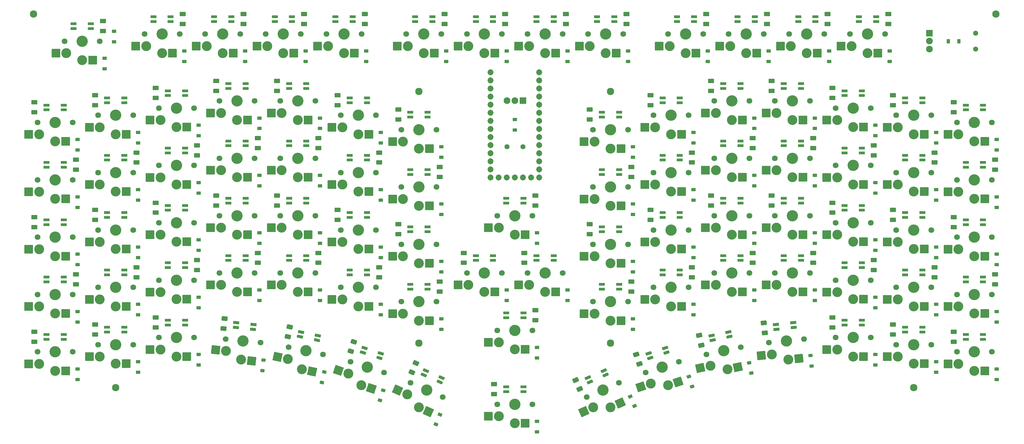
<source format=gbr>
%TF.GenerationSoftware,KiCad,Pcbnew,8.0.5*%
%TF.CreationDate,2024-10-10T16:29:35+02:00*%
%TF.ProjectId,eepyboard_rev2,65657079-626f-4617-9264-5f726576322e,1.1*%
%TF.SameCoordinates,Original*%
%TF.FileFunction,Soldermask,Bot*%
%TF.FilePolarity,Negative*%
%FSLAX46Y46*%
G04 Gerber Fmt 4.6, Leading zero omitted, Abs format (unit mm)*
G04 Created by KiCad (PCBNEW 8.0.5) date 2024-10-10 16:29:35*
%MOMM*%
%LPD*%
G01*
G04 APERTURE LIST*
G04 Aperture macros list*
%AMRoundRect*
0 Rectangle with rounded corners*
0 $1 Rounding radius*
0 $2 $3 $4 $5 $6 $7 $8 $9 X,Y pos of 4 corners*
0 Add a 4 corners polygon primitive as box body*
4,1,4,$2,$3,$4,$5,$6,$7,$8,$9,$2,$3,0*
0 Add four circle primitives for the rounded corners*
1,1,$1+$1,$2,$3*
1,1,$1+$1,$4,$5*
1,1,$1+$1,$6,$7*
1,1,$1+$1,$8,$9*
0 Add four rect primitives between the rounded corners*
20,1,$1+$1,$2,$3,$4,$5,0*
20,1,$1+$1,$4,$5,$6,$7,0*
20,1,$1+$1,$6,$7,$8,$9,0*
20,1,$1+$1,$8,$9,$2,$3,0*%
G04 Aperture macros list end*
%ADD10RoundRect,0.050000X-0.900000X-0.410000X0.900000X-0.410000X0.900000X0.410000X-0.900000X0.410000X0*%
%ADD11RoundRect,0.230000X-0.720000X-0.230000X0.720000X-0.230000X0.720000X0.230000X-0.720000X0.230000X0*%
%ADD12RoundRect,0.050000X0.900000X0.410000X-0.900000X0.410000X-0.900000X-0.410000X0.900000X-0.410000X0*%
%ADD13RoundRect,0.230000X0.720000X0.230000X-0.720000X0.230000X-0.720000X-0.230000X0.720000X-0.230000X0*%
%ADD14C,1.801800*%
%ADD15C,3.100000*%
%ADD16C,3.529000*%
%ADD17RoundRect,0.050000X1.541877X1.001307X-1.001307X1.541877X-1.541877X-1.001307X1.001307X-1.541877X0*%
%ADD18C,1.600000*%
%ADD19RoundRect,0.050000X-1.000000X-1.000000X1.000000X-1.000000X1.000000X1.000000X-1.000000X1.000000X0*%
%ADD20C,2.100000*%
%ADD21RoundRect,0.050000X1.300000X1.300000X-1.300000X1.300000X-1.300000X-1.300000X1.300000X-1.300000X0*%
%ADD22RoundRect,0.050000X1.001307X1.541877X-1.541877X1.001307X-1.001307X-1.541877X1.541877X-1.001307X0*%
%ADD23C,2.300000*%
%ADD24RoundRect,0.050000X0.834651X1.638096X-1.638096X0.834651X-0.834651X-1.638096X1.638096X-0.834651X0*%
%ADD25RoundRect,0.050000X1.638096X0.834651X-0.834651X1.638096X-1.638096X-0.834651X0.834651X-1.638096X0*%
%ADD26RoundRect,0.050000X1.428765X1.156991X-1.156991X1.428765X-1.428765X-1.156991X1.156991X-1.428765X0*%
%ADD27RoundRect,0.050000X-0.965577X-0.213920X0.795089X-0.588161X0.965577X0.213920X-0.795089X0.588161X0*%
%ADD28RoundRect,0.230000X-0.752086X-0.075278X0.656447X-0.374670X0.752086X0.075278X-0.656447X0.374670X0*%
%ADD29RoundRect,0.050000X-0.937926X-0.313678X0.852213X-0.501830X0.937926X0.313678X-0.852213X0.501830X0*%
%ADD30RoundRect,0.230000X-0.740097X-0.153480X0.692014X-0.304001X0.740097X0.153480X-0.692014X0.304001X0*%
%ADD31RoundRect,0.050000X0.658851X1.716367X-1.716367X0.658851X-0.658851X-1.716367X1.716367X-0.658851X0*%
%ADD32RoundRect,0.050000X-0.655429X-0.740617X0.988953X-0.008491X0.655429X0.740617X-0.988953X0.008491X0*%
%ADD33RoundRect,0.230000X-0.564203X-0.502966X0.751302X0.082735X0.564203X0.502966X-0.751302X-0.082735X0*%
%ADD34C,1.852600*%
%ADD35RoundRect,0.050000X-1.000000X1.000000X-1.000000X-1.000000X1.000000X-1.000000X1.000000X1.000000X0*%
%ADD36RoundRect,0.050000X1.156991X1.428765X-1.428765X1.156991X-1.156991X-1.428765X1.428765X-1.156991X0*%
%ADD37RoundRect,0.050000X-0.729254X-0.668048X0.982648X-0.111818X0.729254X0.668048X-0.982648X0.111818X0*%
%ADD38RoundRect,0.230000X-0.613687X-0.441235X0.755835X0.003749X0.613687X0.441235X-0.755835X-0.003749X0*%
%ADD39RoundRect,0.050000X-0.795089X-0.588161X0.965577X-0.213920X0.795089X0.588161X-0.965577X0.213920X0*%
%ADD40RoundRect,0.230000X-0.656447X-0.374670X0.752086X-0.075278X0.656447X0.374670X-0.752086X0.075278X0*%
%ADD41RoundRect,0.050000X1.716367X0.658851X-0.658851X1.716367X-1.716367X-0.658851X0.658851X-1.716367X0*%
%ADD42RoundRect,0.050000X-0.988953X-0.008491X0.655429X-0.740617X0.988953X0.008491X-0.655429X0.740617X0*%
%ADD43RoundRect,0.230000X-0.751302X0.082735X0.564203X-0.502966X0.751302X-0.082735X-0.564203X0.502966X0*%
%ADD44RoundRect,0.050000X-0.982648X-0.111818X0.729254X-0.668048X0.982648X0.111818X-0.729254X0.668048X0*%
%ADD45RoundRect,0.230000X-0.755835X0.003749X0.613687X-0.441235X0.755835X-0.003749X-0.613687X0.441235X0*%
%ADD46RoundRect,0.050000X-0.852213X-0.501830X0.937926X-0.313678X0.852213X0.501830X-0.937926X0.313678X0*%
%ADD47RoundRect,0.230000X-0.692014X-0.304001X0.740097X-0.153480X0.692014X0.304001X-0.740097X0.153480X0*%
%ADD48RoundRect,0.050000X0.600000X-0.450000X0.600000X0.450000X-0.600000X0.450000X-0.600000X-0.450000X0*%
%ADD49RoundRect,0.268868X-0.681132X0.443632X-0.681132X-0.443632X0.681132X-0.443632X0.681132X0.443632X0*%
%ADD50RoundRect,0.268868X0.681132X-0.443632X0.681132X0.443632X-0.681132X0.443632X-0.681132X-0.443632X0*%
%ADD51RoundRect,0.268868X0.758484X-0.292322X0.574011X0.575553X-0.758484X0.292322X-0.574011X-0.575553X0*%
%ADD52RoundRect,0.050000X0.493328X-0.564913X0.680449X0.315419X-0.493328X0.564913X-0.680449X-0.315419X0*%
%ADD53RoundRect,0.268868X0.441804X-0.682319X0.802686X0.128237X-0.441804X0.682319X-0.802686X-0.128237X0*%
%ADD54RoundRect,0.050000X0.643751X-0.384818X0.549675X0.510252X-0.643751X0.384818X-0.549675X-0.510252X0*%
%ADD55RoundRect,0.050000X0.709692X-0.242565X0.431576X0.613386X-0.709692X0.242565X-0.431576X-0.613386X0*%
%ADD56RoundRect,0.050000X0.431576X-0.613386X0.709692X0.242565X-0.431576X0.613386X-0.709692X-0.242565X0*%
%ADD57RoundRect,0.268868X0.574011X-0.575553X0.758484X0.292322X-0.574011X0.575553X-0.758484X-0.292322X0*%
%ADD58RoundRect,0.050000X0.549675X-0.510252X0.643751X0.384818X-0.549675X0.510252X-0.643751X-0.384818X0*%
%ADD59RoundRect,0.050000X0.365096X-0.655137X0.731159X0.167053X-0.365096X0.655137X-0.731159X-0.167053X0*%
%ADD60RoundRect,0.268868X0.631029X-0.512399X0.723773X0.370004X-0.631029X0.512399X-0.723773X-0.370004X0*%
%ADD61RoundRect,0.050000X0.680449X-0.315419X0.493328X0.564913X-0.680449X0.315419X-0.493328X-0.564913X0*%
%ADD62RoundRect,0.268868X0.723773X-0.370004X0.631029X0.512399X-0.723773X0.370004X-0.631029X-0.512399X0*%
%ADD63RoundRect,0.050000X-0.450000X-0.600000X0.450000X-0.600000X0.450000X0.600000X-0.450000X0.600000X0*%
%ADD64RoundRect,0.050000X0.731159X-0.167053X0.365096X0.655137X-0.731159X0.167053X-0.365096X-0.655137X0*%
%ADD65RoundRect,0.050000X-0.600000X0.450000X-0.600000X-0.450000X0.600000X-0.450000X0.600000X0.450000X0*%
%ADD66RoundRect,0.268868X0.802686X-0.128237X0.441804X0.682319X-0.802686X0.128237X-0.441804X-0.682319X0*%
%ADD67RoundRect,0.268868X0.784885X-0.211438X0.510705X0.632400X-0.784885X0.211438X-0.510705X-0.632400X0*%
%ADD68RoundRect,0.268868X0.510705X-0.632400X0.784885X0.211438X-0.510705X0.632400X-0.784885X-0.211438X0*%
G04 APERTURE END LIST*
D10*
%TO.C,LED3*%
X72247817Y-97898302D03*
X72247817Y-99398302D03*
D11*
X77647813Y-99398302D03*
D10*
X77647813Y-97898302D03*
%TD*%
D12*
%TO.C,LED67*%
X308647812Y-110648302D03*
X308647812Y-109148302D03*
D13*
X303247816Y-109148302D03*
D12*
X303247816Y-110648302D03*
%TD*%
D14*
%TO.C,S64*%
X158887150Y-176149688D03*
D15*
X152270260Y-180826152D03*
D16*
X153507335Y-175006174D03*
D15*
X147836928Y-177634669D03*
D14*
X148127520Y-173862660D03*
D17*
X155473694Y-181507063D03*
X144633495Y-176953758D03*
%TD*%
D18*
%TO.C,ROT2*%
X363327814Y-75308303D03*
X363327813Y-80308302D03*
D19*
X348827810Y-75308300D03*
D20*
X348827813Y-80308304D03*
X348827813Y-77808302D03*
%TD*%
D14*
%TO.C,S88*%
X334947812Y-75598299D03*
D15*
X329447812Y-81548299D03*
D16*
X329447812Y-75598299D03*
D15*
X324447812Y-79348299D03*
D14*
X323947812Y-75598299D03*
D21*
X332722812Y-81548299D03*
X321172812Y-79348299D03*
%TD*%
D12*
%TO.C,LED73*%
X365647812Y-117398304D03*
X365647812Y-115898304D03*
D13*
X360247816Y-115898304D03*
D12*
X360247816Y-117398304D03*
%TD*%
D14*
%TO.C,S68*%
X289768102Y-173862660D03*
D15*
X285625362Y-180826152D03*
D16*
X284388287Y-175006174D03*
D15*
X280277218Y-179713786D03*
D14*
X279008472Y-176149688D03*
D22*
X288828793Y-180145241D03*
X277073784Y-180394697D03*
%TD*%
D10*
%TO.C,LED21*%
X265247816Y-95648303D03*
X265247816Y-97148303D03*
D11*
X270647812Y-97148303D03*
D10*
X270647812Y-95648303D03*
%TD*%
D14*
%TO.C,S37*%
X273447811Y-137098302D03*
D15*
X267947811Y-143048302D03*
D16*
X267947811Y-137098302D03*
D15*
X262947811Y-140848302D03*
D14*
X262447811Y-137098302D03*
D21*
X271222811Y-143048302D03*
X259672811Y-140848302D03*
%TD*%
D14*
%TO.C,S77*%
X113947812Y-75598302D03*
D15*
X108447812Y-81548302D03*
D16*
X108447812Y-75598302D03*
D15*
X103447812Y-79348302D03*
D14*
X102947812Y-75598302D03*
D21*
X111722812Y-81548302D03*
X100172812Y-79348302D03*
%TD*%
D12*
%TO.C,LED72*%
X365647808Y-153398299D03*
X365647808Y-151898299D03*
D13*
X360247812Y-151898299D03*
D12*
X360247812Y-153398299D03*
%TD*%
D14*
%TO.C,S82*%
X214947811Y-75598305D03*
D15*
X209447811Y-81548305D03*
D16*
X209447811Y-75598305D03*
D15*
X204447811Y-79348305D03*
D14*
X203947811Y-75598305D03*
D21*
X212722811Y-81548305D03*
X201172811Y-79348305D03*
%TD*%
D12*
%TO.C,LED59*%
X191647812Y-119648299D03*
X191647812Y-118148299D03*
D13*
X186247816Y-118148299D03*
D12*
X186247816Y-119648299D03*
%TD*%
%TO.C,LED84*%
X250147812Y-71648300D03*
X250147812Y-70148300D03*
D13*
X244747816Y-70148300D03*
D12*
X244747816Y-71648300D03*
%TD*%
D14*
%TO.C,S24*%
X175447811Y-155098300D03*
D15*
X169947811Y-161048300D03*
D16*
X169947811Y-155098300D03*
D15*
X164947811Y-158848300D03*
D14*
X164447811Y-155098300D03*
D21*
X173222811Y-161048300D03*
X161672811Y-158848300D03*
%TD*%
D14*
%TO.C,S50*%
X330447813Y-134848300D03*
D15*
X324947813Y-140798300D03*
D16*
X324947813Y-134848300D03*
D15*
X319947813Y-138598300D03*
D14*
X319447813Y-134848300D03*
D21*
X328222813Y-140798300D03*
X316672813Y-138598300D03*
%TD*%
D12*
%TO.C,LED54*%
X153647812Y-146648304D03*
X153647812Y-145148304D03*
D13*
X148247816Y-145148304D03*
D12*
X148247816Y-146648304D03*
%TD*%
D14*
%TO.C,S58*%
X368447813Y-175348306D03*
D15*
X362947813Y-181298306D03*
D16*
X362947813Y-175348306D03*
D15*
X357947813Y-179098306D03*
D14*
X357447813Y-175348306D03*
D21*
X366222813Y-181298306D03*
X354672813Y-179098306D03*
%TD*%
D14*
%TO.C,S61*%
X368447811Y-121348302D03*
D15*
X362947811Y-127298302D03*
D16*
X362947811Y-121348302D03*
D15*
X357947811Y-125098302D03*
D14*
X357447811Y-121348302D03*
D21*
X366222811Y-127298302D03*
X354672811Y-125098302D03*
%TD*%
D12*
%TO.C,LED48*%
X96647809Y-151148301D03*
X96647809Y-149648301D03*
D13*
X91247813Y-149648301D03*
D12*
X91247813Y-151148301D03*
%TD*%
D23*
%TO.C,_6*%
X248947810Y-172598300D03*
%TD*%
D14*
%TO.C,S36*%
X273447813Y-155098300D03*
D15*
X267947813Y-161048300D03*
D16*
X267947813Y-155098300D03*
D15*
X262947813Y-158848300D03*
D14*
X262447813Y-155098300D03*
D21*
X271222813Y-161048300D03*
X259672813Y-158848300D03*
%TD*%
D12*
%TO.C,LED76*%
X86147808Y-73898303D03*
X86147808Y-72398303D03*
D13*
X80747812Y-72398303D03*
D12*
X80747812Y-73898303D03*
%TD*%
D14*
%TO.C,S23*%
X156447813Y-96598300D03*
D15*
X150947813Y-102548300D03*
D16*
X150947813Y-96598300D03*
D15*
X145947813Y-100348300D03*
D14*
X145447813Y-96598300D03*
D21*
X154222813Y-102548300D03*
X142672813Y-100348300D03*
%TD*%
D14*
%TO.C,S78*%
X132947812Y-75598303D03*
D15*
X127447812Y-81548303D03*
D16*
X127447812Y-75598303D03*
D15*
X122447812Y-79348303D03*
D14*
X121947812Y-75598303D03*
D21*
X130722812Y-81548303D03*
X119172812Y-79348303D03*
%TD*%
D10*
%TO.C,LED32*%
X360247813Y-169898298D03*
X360247813Y-171398298D03*
D11*
X365647809Y-171398298D03*
D10*
X365647809Y-169898298D03*
%TD*%
D14*
%TO.C,S11*%
X118447814Y-170848303D03*
D15*
X112947814Y-176798303D03*
D16*
X112947814Y-170848303D03*
D15*
X107947814Y-174598303D03*
D14*
X107447814Y-170848303D03*
D21*
X116222814Y-176798303D03*
X104672814Y-174598303D03*
%TD*%
D12*
%TO.C,LED55*%
X153647811Y-110648300D03*
X153647811Y-109148300D03*
D13*
X148247815Y-109148300D03*
D12*
X148247815Y-110648300D03*
%TD*%
D14*
%TO.C,S87*%
X315947814Y-75598302D03*
D15*
X310447814Y-81548302D03*
D16*
X310447814Y-75598302D03*
D15*
X305447814Y-79348302D03*
D14*
X304947814Y-75598302D03*
D21*
X313722814Y-81548302D03*
X302172814Y-79348302D03*
%TD*%
D10*
%TO.C,LED14*%
X167247813Y-131648301D03*
X167247813Y-133148301D03*
D11*
X172647809Y-133148301D03*
D10*
X172647809Y-131648301D03*
%TD*%
%TO.C,LED16*%
X186247813Y-136148303D03*
X186247813Y-137648303D03*
D11*
X191647809Y-137648303D03*
D10*
X191647809Y-136148303D03*
%TD*%
D14*
%TO.C,S76*%
X88947812Y-77848299D03*
D15*
X83447812Y-83798299D03*
D16*
X83447812Y-77848299D03*
D15*
X78447812Y-81598299D03*
D14*
X77947812Y-77848299D03*
D21*
X86722812Y-83798299D03*
X75172812Y-81598299D03*
%TD*%
D12*
%TO.C,LED66*%
X308647807Y-146648300D03*
X308647807Y-145148300D03*
D13*
X303247811Y-145148300D03*
D12*
X303247811Y-146648300D03*
%TD*%
%TO.C,LED56*%
X172647811Y-151148300D03*
X172647811Y-149648300D03*
D13*
X167247815Y-149648300D03*
D12*
X167247815Y-151148300D03*
%TD*%
D14*
%TO.C,S29*%
X194447816Y-141598301D03*
D15*
X188947816Y-147548301D03*
D16*
X188947816Y-141598301D03*
D15*
X183947816Y-145348301D03*
D14*
X183447816Y-141598301D03*
D21*
X192222816Y-147548301D03*
X180672816Y-145348301D03*
%TD*%
D10*
%TO.C,LED1*%
X72247815Y-169898302D03*
X72247815Y-171398302D03*
D11*
X77647811Y-171398302D03*
D10*
X77647811Y-169898302D03*
%TD*%
D12*
%TO.C,LED77*%
X111147808Y-71648303D03*
X111147808Y-70148303D03*
D13*
X105747812Y-70148303D03*
D12*
X105747812Y-71648303D03*
%TD*%
D10*
%TO.C,LED17*%
X186247814Y-100148300D03*
X186247814Y-101648300D03*
D11*
X191647810Y-101648300D03*
D10*
X191647810Y-100148300D03*
%TD*%
%TO.C,LED6*%
X91247812Y-95648302D03*
X91247812Y-97148302D03*
D11*
X96647808Y-97148302D03*
D10*
X96647808Y-95648302D03*
%TD*%
D12*
%TO.C,LED60*%
X251647806Y-155648302D03*
X251647806Y-154148302D03*
D13*
X246247810Y-154148302D03*
D12*
X246247810Y-155648302D03*
%TD*%
D14*
%TO.C,S53*%
X349447817Y-173098300D03*
D15*
X343947817Y-179048300D03*
D16*
X343947817Y-173098300D03*
D15*
X338947817Y-176848300D03*
D14*
X338447817Y-173098300D03*
D21*
X347222817Y-179048300D03*
X335672817Y-176848300D03*
%TD*%
D10*
%TO.C,LED18*%
X246247814Y-136148303D03*
X246247814Y-137648303D03*
D11*
X251647810Y-137648303D03*
D10*
X251647810Y-136148303D03*
%TD*%
D14*
%TO.C,S20*%
X156447811Y-150598303D03*
D15*
X150947811Y-156548303D03*
D16*
X150947811Y-150598303D03*
D15*
X145947811Y-154348303D03*
D14*
X145447811Y-150598303D03*
D21*
X154222811Y-156548303D03*
X142672811Y-154348303D03*
%TD*%
D14*
%TO.C,S74*%
X224447813Y-132598298D03*
D15*
X218947813Y-138548298D03*
D16*
X218947813Y-132598298D03*
D15*
X213947813Y-136348298D03*
D14*
X213447813Y-132598298D03*
D21*
X222222813Y-138548298D03*
X210672813Y-136348298D03*
%TD*%
D12*
%TO.C,LED86*%
X294147811Y-71648305D03*
X294147811Y-70148305D03*
D13*
X288747815Y-70148305D03*
D12*
X288747815Y-71648305D03*
%TD*%
D14*
%TO.C,S69*%
X270381714Y-178461221D03*
D15*
X266989552Y-185819602D03*
D16*
X265150901Y-180160816D03*
D15*
X261554432Y-185272363D03*
D14*
X259920088Y-181860411D03*
D24*
X270104261Y-184807572D03*
X258439722Y-186284394D03*
%TD*%
D10*
%TO.C,LED10*%
X129247811Y-127148303D03*
X129247811Y-128648303D03*
D11*
X134647807Y-128648303D03*
D10*
X134647807Y-127148303D03*
%TD*%
D14*
%TO.C,S65*%
X177975533Y-181860413D03*
D15*
X170906069Y-185819606D03*
D16*
X172744720Y-180160820D03*
D15*
X166830624Y-182182197D03*
D14*
X167513907Y-178461227D03*
D25*
X174020778Y-186831637D03*
X163715914Y-181170166D03*
%TD*%
D14*
%TO.C,S33*%
X254447811Y-141598301D03*
D15*
X248947811Y-147548301D03*
D16*
X248947811Y-141598301D03*
D15*
X243947811Y-145348301D03*
D14*
X243447811Y-141598301D03*
D21*
X252222811Y-147548301D03*
X240672811Y-145348301D03*
%TD*%
D14*
%TO.C,S46*%
X311447814Y-114598301D03*
D15*
X305947814Y-120548301D03*
D16*
X305947814Y-114598301D03*
D15*
X300947814Y-118348301D03*
D14*
X300447814Y-114598301D03*
D21*
X309222814Y-120548301D03*
X297672814Y-118348301D03*
%TD*%
D14*
%TO.C,S56*%
X349447815Y-119098302D03*
D15*
X343947815Y-125048302D03*
D16*
X343947815Y-119098302D03*
D15*
X338947815Y-122848302D03*
D14*
X338447815Y-119098302D03*
D21*
X347222815Y-125048302D03*
X335672815Y-122848302D03*
%TD*%
D10*
%TO.C,LED26*%
X322247815Y-165398304D03*
X322247815Y-166898304D03*
D11*
X327647811Y-166898304D03*
D10*
X327647811Y-165398304D03*
%TD*%
D14*
%TO.C,S63*%
X139306394Y-172465530D03*
D15*
X133214580Y-177808028D03*
D16*
X133836524Y-171890623D03*
D15*
X128471933Y-175097438D03*
D14*
X128366654Y-171315716D03*
D26*
X136471639Y-178150359D03*
X125214874Y-174755107D03*
%TD*%
D27*
%TO.C,LED36*%
X151999457Y-169113908D03*
X151687588Y-170581129D03*
D28*
X156969583Y-171703852D03*
D27*
X157281452Y-170236631D03*
%TD*%
D12*
%TO.C,LED78*%
X130147810Y-71648304D03*
X130147810Y-70148304D03*
D13*
X124747814Y-70148304D03*
D12*
X124747814Y-71648304D03*
%TD*%
D14*
%TO.C,S57*%
X349447812Y-101098302D03*
D15*
X343947812Y-107048302D03*
D16*
X343947812Y-101098302D03*
D15*
X338947812Y-104848302D03*
D14*
X338447812Y-101098302D03*
D21*
X347222812Y-107048302D03*
X335672812Y-104848302D03*
%TD*%
D14*
%TO.C,S73*%
X214947812Y-150598300D03*
D15*
X209447812Y-156548300D03*
D16*
X209447812Y-150598300D03*
D15*
X204447812Y-154348300D03*
D14*
X203947812Y-150598300D03*
D21*
X212722812Y-156548300D03*
X201172812Y-154348300D03*
%TD*%
D12*
%TO.C,LED64*%
X289647812Y-146648303D03*
X289647812Y-145148303D03*
D13*
X284247816Y-145148303D03*
D12*
X284247816Y-146648303D03*
%TD*%
D14*
%TO.C,S9*%
X99447816Y-119098305D03*
D15*
X93947816Y-125048305D03*
D16*
X93947816Y-119098305D03*
D15*
X88947816Y-122848305D03*
D14*
X88447816Y-119098305D03*
D21*
X97222816Y-125048305D03*
X85672816Y-122848305D03*
%TD*%
D14*
%TO.C,S52*%
X330447813Y-98848301D03*
D15*
X324947813Y-104798301D03*
D16*
X324947813Y-98848301D03*
D15*
X319947813Y-102598301D03*
D14*
X319447813Y-98848301D03*
D21*
X328222813Y-104798301D03*
X316672813Y-102598301D03*
%TD*%
D10*
%TO.C,LED20*%
X265247814Y-131648298D03*
X265247814Y-133148298D03*
D11*
X270647810Y-133148298D03*
D10*
X270647810Y-131648298D03*
%TD*%
%TO.C,LED27*%
X322247817Y-129398300D03*
X322247817Y-130898300D03*
D11*
X327647813Y-130898300D03*
D10*
X327647813Y-129398300D03*
%TD*%
D14*
%TO.C,S2*%
X80447808Y-157348299D03*
D15*
X74947808Y-163298299D03*
D16*
X74947808Y-157348299D03*
D15*
X69947808Y-161098299D03*
D14*
X69447808Y-157348299D03*
D21*
X78222808Y-163298299D03*
X66672808Y-161098299D03*
%TD*%
D10*
%TO.C,LED31*%
X341247813Y-95648301D03*
X341247813Y-97148301D03*
D11*
X346647809Y-97148301D03*
D10*
X346647809Y-95648301D03*
%TD*%
%TO.C,LED34*%
X360247812Y-97898299D03*
X360247812Y-99398299D03*
D11*
X365647808Y-99398299D03*
D10*
X365647808Y-97898299D03*
%TD*%
D12*
%TO.C,LED61*%
X251647811Y-119648302D03*
X251647811Y-118148302D03*
D13*
X246247815Y-118148302D03*
D12*
X246247815Y-119648302D03*
%TD*%
D14*
%TO.C,S86*%
X296947815Y-75598303D03*
D15*
X291447815Y-81548303D03*
D16*
X291447815Y-75598303D03*
D15*
X286447815Y-79348303D03*
D14*
X285947815Y-75598303D03*
D21*
X294722815Y-81548303D03*
X283172815Y-79348303D03*
%TD*%
D12*
%TO.C,LED83*%
X231147810Y-71648303D03*
X231147810Y-70148303D03*
D13*
X225747814Y-70148303D03*
D12*
X225747814Y-71648303D03*
%TD*%
D10*
%TO.C,LED11*%
X129247811Y-91148300D03*
X129247811Y-92648300D03*
D11*
X134647807Y-92648300D03*
D10*
X134647807Y-91148300D03*
%TD*%
D12*
%TO.C,LED79*%
X149147807Y-71648301D03*
X149147807Y-70148301D03*
D13*
X143747811Y-70148301D03*
D12*
X143747811Y-71648301D03*
%TD*%
%TO.C,LED75*%
X221647810Y-128648302D03*
X221647810Y-127148302D03*
D13*
X216247814Y-127148302D03*
D12*
X216247814Y-128648302D03*
%TD*%
D14*
%TO.C,S55*%
X349447817Y-137098303D03*
D15*
X343947817Y-143048303D03*
D16*
X343947817Y-137098303D03*
D15*
X338947817Y-140848303D03*
D14*
X338447817Y-137098303D03*
D21*
X347222817Y-143048303D03*
X335672817Y-140848303D03*
%TD*%
D14*
%TO.C,S13*%
X118447812Y-134848297D03*
D15*
X112947812Y-140798297D03*
D16*
X112947812Y-134848297D03*
D15*
X107947812Y-138598297D03*
D14*
X107447812Y-134848297D03*
D21*
X116222812Y-140798297D03*
X104672812Y-138598297D03*
%TD*%
D10*
%TO.C,LED9*%
X110247816Y-93398302D03*
X110247816Y-94898302D03*
D11*
X115647812Y-94898302D03*
D10*
X115647812Y-93398302D03*
%TD*%
D12*
%TO.C,LED85*%
X275147811Y-71648303D03*
X275147811Y-70148303D03*
D13*
X269747815Y-70148303D03*
D12*
X269747815Y-71648303D03*
%TD*%
D29*
%TO.C,LED35*%
X131721002Y-166188250D03*
X131564209Y-167680032D03*
D30*
X136934624Y-168244486D03*
D29*
X137091417Y-166752704D03*
%TD*%
D14*
%TO.C,S70*%
X251582209Y-185061021D03*
D15*
X248977791Y-192733669D03*
D16*
X246557708Y-187298074D03*
D15*
X243515243Y-192757553D03*
D14*
X241533207Y-189535127D03*
D31*
X251969651Y-191401606D03*
X240523382Y-194089615D03*
%TD*%
D14*
%TO.C,S21*%
X156447815Y-132598306D03*
D15*
X150947815Y-138548306D03*
D16*
X150947815Y-132598306D03*
D15*
X145947815Y-136348306D03*
D14*
X145447815Y-132598306D03*
D21*
X154222815Y-138548306D03*
X142672815Y-136348306D03*
%TD*%
D14*
%TO.C,S83*%
X233947814Y-75598303D03*
D15*
X228447814Y-81548303D03*
D16*
X228447814Y-75598303D03*
D15*
X223447814Y-79348303D03*
D14*
X222947814Y-75598303D03*
D21*
X231722814Y-81548303D03*
X220172814Y-79348303D03*
%TD*%
D12*
%TO.C,LED80*%
X168147812Y-71648299D03*
X168147812Y-70148299D03*
D13*
X162747816Y-70148299D03*
D12*
X162747816Y-71648299D03*
%TD*%
D14*
%TO.C,S25*%
X175447809Y-137098303D03*
D15*
X169947809Y-143048303D03*
D16*
X169947809Y-137098303D03*
D15*
X164947809Y-140848303D03*
D14*
X164447809Y-137098303D03*
D21*
X173222809Y-143048303D03*
X161672809Y-140848303D03*
%TD*%
D10*
%TO.C,LED19*%
X246247814Y-100148302D03*
X246247814Y-101648302D03*
D11*
X251647810Y-101648302D03*
D10*
X251647810Y-100148302D03*
%TD*%
D14*
%TO.C,S14*%
X118447809Y-116848301D03*
D15*
X112947809Y-122798301D03*
D16*
X112947809Y-116848301D03*
D15*
X107947809Y-120598301D03*
D14*
X107447809Y-116848301D03*
D21*
X116222809Y-122798301D03*
X104672809Y-120598301D03*
%TD*%
D12*
%TO.C,LED63*%
X270647811Y-115148300D03*
X270647811Y-113648300D03*
D13*
X265247815Y-113648300D03*
D12*
X265247815Y-115148300D03*
%TD*%
D14*
%TO.C,S79*%
X151947813Y-75598303D03*
D15*
X146447813Y-81548303D03*
D16*
X146447813Y-75598303D03*
D15*
X141447813Y-79348303D03*
D14*
X140947813Y-75598303D03*
D21*
X149722813Y-81548303D03*
X138172813Y-79348303D03*
%TD*%
D10*
%TO.C,LED15*%
X167247812Y-95648299D03*
X167247812Y-97148299D03*
D11*
X172647808Y-97148299D03*
D10*
X172647808Y-95648299D03*
%TD*%
D32*
%TO.C,LED42*%
X241874419Y-183417443D03*
X242484525Y-184787761D03*
D33*
X247417669Y-182591383D03*
D32*
X246807563Y-181221065D03*
%TD*%
D10*
%TO.C,LED33*%
X360247810Y-133898302D03*
X360247810Y-135398302D03*
D11*
X365647806Y-135398302D03*
D10*
X365647806Y-133898302D03*
%TD*%
D23*
%TO.C,_8*%
X343947815Y-186598304D03*
%TD*%
D14*
%TO.C,S71*%
X224447816Y-191798077D03*
D15*
X218947816Y-197748077D03*
D16*
X218947816Y-191798077D03*
D15*
X213947816Y-195548077D03*
D14*
X213447816Y-191798077D03*
D21*
X222222816Y-197748077D03*
X210672816Y-195548077D03*
%TD*%
D34*
%TO.C,MCU1*%
X226567813Y-87588301D03*
X226567812Y-90128301D03*
X226567812Y-92668298D03*
X226567812Y-95208301D03*
X226567812Y-97748301D03*
X226567812Y-100288301D03*
X226567812Y-102828301D03*
X226567812Y-105368301D03*
X226567812Y-107908301D03*
X226567812Y-110448301D03*
X226567812Y-112988301D03*
X226567812Y-115528304D03*
X226567812Y-118068301D03*
X226567812Y-120608301D03*
X224027812Y-120608301D03*
X221487812Y-120608301D03*
X218947812Y-120608299D03*
X216407812Y-120608301D03*
X213867812Y-120608301D03*
X211327812Y-87588301D03*
X211327812Y-90128301D03*
X211327812Y-92668298D03*
X211327812Y-95208301D03*
X211327812Y-97748301D03*
X211327812Y-100288301D03*
X211327812Y-102828301D03*
X211327812Y-105368301D03*
X211327812Y-107908301D03*
X211327812Y-110448301D03*
X211327812Y-112988301D03*
X211327812Y-115528304D03*
X211327812Y-118068301D03*
X211327811Y-120608301D03*
%TD*%
D14*
%TO.C,S28*%
X194447813Y-159598302D03*
D15*
X188947813Y-165548302D03*
D16*
X188947813Y-159598302D03*
D15*
X183947813Y-163348302D03*
D14*
X183447813Y-159598302D03*
D21*
X192222813Y-165548302D03*
X180672813Y-163348302D03*
%TD*%
D12*
%TO.C,LED69*%
X327647812Y-112898299D03*
X327647812Y-111398299D03*
D13*
X322247816Y-111398299D03*
D12*
X322247816Y-112898299D03*
%TD*%
%TO.C,LED62*%
X270647810Y-151148299D03*
X270647810Y-149648299D03*
D13*
X265247814Y-149648299D03*
D12*
X265247814Y-151148299D03*
%TD*%
%TO.C,LED51*%
X115647808Y-112898301D03*
X115647808Y-111398301D03*
D13*
X110247812Y-111398301D03*
D12*
X110247812Y-112898301D03*
%TD*%
D14*
%TO.C,S59*%
X368447812Y-157348304D03*
D15*
X362947812Y-163298304D03*
D16*
X362947812Y-157348304D03*
D15*
X357947812Y-161098304D03*
D14*
X357447812Y-157348304D03*
D21*
X366222812Y-163298304D03*
X354672812Y-161098304D03*
%TD*%
D14*
%TO.C,S54*%
X349447811Y-155098300D03*
D15*
X343947811Y-161048300D03*
D16*
X343947811Y-155098300D03*
D15*
X338947811Y-158848300D03*
D14*
X338447811Y-155098300D03*
D21*
X347222811Y-161048300D03*
X335672811Y-158848300D03*
%TD*%
D20*
%TO.C,ROT1*%
X218987812Y-96478301D03*
X216487810Y-96478301D03*
D35*
X221487814Y-96478298D03*
D18*
X216487812Y-110978301D03*
X221487811Y-110978302D03*
%TD*%
D14*
%TO.C,S35*%
X254447812Y-105598302D03*
D15*
X248947812Y-111548302D03*
D16*
X248947812Y-105598302D03*
D15*
X243947812Y-109348302D03*
D14*
X243447812Y-105598302D03*
D21*
X252222812Y-111548302D03*
X240672812Y-109348302D03*
%TD*%
D14*
%TO.C,S67*%
X309528967Y-171315716D03*
D15*
X304681041Y-177808028D03*
D16*
X304059097Y-171890623D03*
D15*
X299478469Y-176142722D03*
D14*
X298589227Y-172465530D03*
D36*
X307938101Y-177465698D03*
X296221410Y-176485053D03*
%TD*%
D14*
%TO.C,S84*%
X252947813Y-75598295D03*
D15*
X247447813Y-81548295D03*
D16*
X247447813Y-75598295D03*
D15*
X242447813Y-79348295D03*
D14*
X241947813Y-75598295D03*
D21*
X250722813Y-81548295D03*
X239172813Y-79348295D03*
%TD*%
D23*
%TO.C,_1*%
X68197817Y-69348304D03*
%TD*%
D12*
%TO.C,LED53*%
X134647813Y-110648302D03*
X134647813Y-109148302D03*
D13*
X129247817Y-109148302D03*
D12*
X129247817Y-110648302D03*
%TD*%
D14*
%TO.C,S60*%
X368447814Y-139348299D03*
D15*
X362947814Y-145298299D03*
D16*
X362947814Y-139348299D03*
D15*
X357947814Y-143098299D03*
D14*
X357447814Y-139348299D03*
D21*
X366222814Y-145298299D03*
X354672814Y-143098299D03*
%TD*%
D10*
%TO.C,LED28*%
X322247816Y-93398300D03*
X322247816Y-94898300D03*
D11*
X327647812Y-94898300D03*
D10*
X327647812Y-93398300D03*
%TD*%
D14*
%TO.C,S40*%
X292447815Y-150598302D03*
D15*
X286947815Y-156548302D03*
D16*
X286947815Y-150598302D03*
D15*
X281947815Y-154348302D03*
D14*
X281447815Y-150598302D03*
D21*
X290222815Y-156548302D03*
X278672815Y-154348302D03*
%TD*%
D14*
%TO.C,S12*%
X118447812Y-152848301D03*
D15*
X112947812Y-158798301D03*
D16*
X112947812Y-152848301D03*
D15*
X107947812Y-156598301D03*
D14*
X107447812Y-152848301D03*
D21*
X116222812Y-158798301D03*
X104672812Y-156598301D03*
%TD*%
D10*
%TO.C,LED4*%
X91247815Y-167648299D03*
X91247815Y-169148299D03*
D11*
X96647811Y-169148299D03*
D10*
X96647811Y-167648299D03*
%TD*%
D14*
%TO.C,S1*%
X80447815Y-175348303D03*
D15*
X74947815Y-181298303D03*
D16*
X74947815Y-175348303D03*
D15*
X69947815Y-179098303D03*
D14*
X69447815Y-175348303D03*
D21*
X78222815Y-181298303D03*
X66672815Y-179098303D03*
%TD*%
D37*
%TO.C,LED41*%
X260898907Y-175811907D03*
X261362434Y-177238491D03*
D38*
X266498137Y-175569799D03*
D37*
X266034610Y-174143215D03*
%TD*%
D14*
%TO.C,S32*%
X254447811Y-159598303D03*
D15*
X248947811Y-165548303D03*
D16*
X248947811Y-159598303D03*
D15*
X243947811Y-163348303D03*
D14*
X243447811Y-159598303D03*
D21*
X252222811Y-165548303D03*
X240672811Y-163348303D03*
%TD*%
D12*
%TO.C,LED70*%
X346647813Y-151148299D03*
X346647813Y-149648299D03*
D13*
X341247817Y-149648299D03*
D12*
X341247817Y-151148299D03*
%TD*%
D10*
%TO.C,LED24*%
X303247815Y-127148298D03*
X303247815Y-128648298D03*
D11*
X308647811Y-128648298D03*
D10*
X308647811Y-127148298D03*
%TD*%
%TO.C,LED22*%
X284247815Y-127148304D03*
X284247815Y-128648304D03*
D11*
X289647811Y-128648304D03*
D10*
X289647811Y-127148304D03*
%TD*%
%TO.C,LED8*%
X110247814Y-129398304D03*
X110247814Y-130898304D03*
D11*
X115647810Y-130898304D03*
D10*
X115647810Y-129398304D03*
%TD*%
D14*
%TO.C,S22*%
X156447815Y-114598300D03*
D15*
X150947815Y-120548300D03*
D16*
X150947815Y-114598300D03*
D15*
X145947815Y-118348300D03*
D14*
X145447815Y-114598300D03*
D21*
X154222815Y-120548300D03*
X142672815Y-118348300D03*
%TD*%
D39*
%TO.C,LED40*%
X280614173Y-170236633D03*
X280926042Y-171703854D03*
D40*
X286208037Y-170581131D03*
D39*
X285896168Y-169113910D03*
%TD*%
D10*
%TO.C,LED23*%
X284247815Y-91148302D03*
X284247815Y-92648302D03*
D11*
X289647811Y-92648302D03*
D10*
X289647811Y-91148302D03*
%TD*%
D12*
%TO.C,LED46*%
X77647808Y-153398301D03*
X77647808Y-151898301D03*
D13*
X72247812Y-151898301D03*
D12*
X72247812Y-153398301D03*
%TD*%
D14*
%TO.C,S5*%
X80447814Y-103348301D03*
D15*
X74947814Y-109298301D03*
D16*
X74947814Y-103348301D03*
D15*
X69947814Y-107098301D03*
D14*
X69447814Y-103348301D03*
D21*
X78222814Y-109298301D03*
X66672814Y-107098301D03*
%TD*%
D12*
%TO.C,LED71*%
X346647810Y-115148301D03*
X346647810Y-113648301D03*
D13*
X341247814Y-113648301D03*
D12*
X341247814Y-115148301D03*
%TD*%
D14*
%TO.C,S43*%
X292447812Y-96598306D03*
D15*
X286947812Y-102548306D03*
D16*
X286947812Y-96598306D03*
D15*
X281947812Y-100348306D03*
D14*
X281447812Y-96598306D03*
D21*
X290222812Y-102548306D03*
X278672812Y-100348306D03*
%TD*%
D14*
%TO.C,S19*%
X137447811Y-96598301D03*
D15*
X131947811Y-102548301D03*
D16*
X131947811Y-96598301D03*
D15*
X126947811Y-100348301D03*
D14*
X126447811Y-96598301D03*
D21*
X135222811Y-102548301D03*
X123672811Y-100348301D03*
%TD*%
D14*
%TO.C,S38*%
X273447811Y-119098301D03*
D15*
X267947811Y-125048301D03*
D16*
X267947811Y-119098301D03*
D15*
X262947811Y-122848301D03*
D14*
X262447811Y-119098301D03*
D21*
X271222811Y-125048301D03*
X259672811Y-122848301D03*
%TD*%
D10*
%TO.C,LED30*%
X341247813Y-131648300D03*
X341247813Y-133148300D03*
D11*
X346647809Y-133148300D03*
D10*
X346647809Y-131648300D03*
%TD*%
D14*
%TO.C,S48*%
X330447812Y-170848303D03*
D15*
X324947812Y-176798303D03*
D16*
X324947812Y-170848303D03*
D15*
X319947812Y-174598303D03*
D14*
X319447812Y-170848303D03*
D21*
X328222812Y-176798303D03*
X316672812Y-174598303D03*
%TD*%
D14*
%TO.C,S62*%
X368447808Y-103348300D03*
D15*
X362947808Y-109298300D03*
D16*
X362947808Y-103348300D03*
D15*
X357947808Y-107098300D03*
D14*
X357447808Y-103348300D03*
D21*
X366222808Y-109298300D03*
X354672808Y-107098300D03*
%TD*%
D14*
%TO.C,S30*%
X194447814Y-123598302D03*
D15*
X188947814Y-129548302D03*
D16*
X188947814Y-123598302D03*
D15*
X183947814Y-127348302D03*
D14*
X183447814Y-123598302D03*
D21*
X192222814Y-129548302D03*
X180672814Y-127348302D03*
%TD*%
D14*
%TO.C,S15*%
X118447810Y-98848301D03*
D15*
X112947810Y-104798301D03*
D16*
X112947810Y-98848301D03*
D15*
X107947810Y-102598301D03*
D14*
X107447810Y-98848301D03*
D21*
X116222810Y-104798301D03*
X104672810Y-102598301D03*
%TD*%
D14*
%TO.C,S80*%
X170947813Y-75598300D03*
D15*
X165447813Y-81548300D03*
D16*
X165447813Y-75598300D03*
D15*
X160447813Y-79348300D03*
D14*
X159947813Y-75598300D03*
D21*
X168722813Y-81548300D03*
X157172813Y-79348300D03*
%TD*%
D10*
%TO.C,LED25*%
X303247810Y-91148303D03*
X303247810Y-92648303D03*
D11*
X308647806Y-92648303D03*
D10*
X308647806Y-91148303D03*
%TD*%
D14*
%TO.C,S39*%
X273447813Y-101098303D03*
D15*
X267947813Y-107048303D03*
D16*
X267947813Y-101098303D03*
D15*
X262947813Y-104848303D03*
D14*
X262447813Y-101098303D03*
D21*
X271222813Y-107048303D03*
X259672813Y-104848303D03*
%TD*%
D14*
%TO.C,S31*%
X194447813Y-105598302D03*
D15*
X188947813Y-111548302D03*
D16*
X188947813Y-105598302D03*
D15*
X183947813Y-109348302D03*
D14*
X183447813Y-105598302D03*
D21*
X192222813Y-111548302D03*
X180672813Y-109348302D03*
%TD*%
D23*
%TO.C,_5*%
X188947814Y-172598300D03*
%TD*%
D14*
%TO.C,S3*%
X80447811Y-139348305D03*
D15*
X74947811Y-145298305D03*
D16*
X74947811Y-139348305D03*
D15*
X69947811Y-143098305D03*
D14*
X69447811Y-139348305D03*
D21*
X78222811Y-145298305D03*
X66672811Y-143098305D03*
%TD*%
D12*
%TO.C,LED57*%
X172647809Y-115148302D03*
X172647809Y-113648302D03*
D13*
X167247813Y-113648302D03*
D12*
X167247813Y-115148302D03*
%TD*%
D14*
%TO.C,S34*%
X254447811Y-123598299D03*
D15*
X248947811Y-129548299D03*
D16*
X248947811Y-123598299D03*
D15*
X243947811Y-127348299D03*
D14*
X243447811Y-123598299D03*
D21*
X252222811Y-129548299D03*
X240672811Y-127348299D03*
%TD*%
D14*
%TO.C,S18*%
X137447818Y-114598303D03*
D15*
X131947818Y-120548303D03*
D16*
X131947818Y-114598303D03*
D15*
X126947818Y-118348303D03*
D14*
X126447818Y-114598303D03*
D21*
X135222818Y-120548303D03*
X123672818Y-118348303D03*
%TD*%
D12*
%TO.C,LED87*%
X313147805Y-71648301D03*
X313147805Y-70148301D03*
D13*
X307747809Y-70148301D03*
D12*
X307747809Y-71648301D03*
%TD*%
D14*
%TO.C,S42*%
X292447816Y-114598302D03*
D15*
X286947816Y-120548302D03*
D16*
X286947816Y-114598302D03*
D15*
X281947816Y-118348302D03*
D14*
X281447816Y-114598302D03*
D21*
X290222816Y-120548302D03*
X278672816Y-118348302D03*
%TD*%
D14*
%TO.C,S66*%
X196362419Y-189535130D03*
D15*
X188917835Y-192733672D03*
D16*
X191337918Y-187298077D03*
D15*
X185244928Y-188690189D03*
D14*
X186313417Y-185061024D03*
D41*
X191909695Y-194065735D03*
X182253067Y-187358127D03*
%TD*%
D14*
%TO.C,S47*%
X311447809Y-96598302D03*
D15*
X305947809Y-102548302D03*
D16*
X305947809Y-96598302D03*
D15*
X300947809Y-100348302D03*
D14*
X300447809Y-96598302D03*
D21*
X309222809Y-102548302D03*
X297672809Y-100348302D03*
%TD*%
D14*
%TO.C,S8*%
X99447809Y-137098301D03*
D15*
X93947809Y-143048301D03*
D16*
X93947809Y-137098301D03*
D15*
X88947809Y-140848301D03*
D14*
X88447809Y-137098301D03*
D21*
X97222809Y-143048301D03*
X85672809Y-140848301D03*
%TD*%
D14*
%TO.C,S44*%
X311447813Y-150598299D03*
D15*
X305947813Y-156548299D03*
D16*
X305947813Y-150598299D03*
D15*
X300947813Y-154348299D03*
D14*
X300447813Y-150598299D03*
D21*
X309222813Y-156548299D03*
X297672813Y-154348299D03*
%TD*%
D14*
%TO.C,S27*%
X175447813Y-101098300D03*
D15*
X169947813Y-107048300D03*
D16*
X169947813Y-101098300D03*
D15*
X164947813Y-104848300D03*
D14*
X164447813Y-101098300D03*
D21*
X173222813Y-107048300D03*
X161672813Y-104848300D03*
%TD*%
D14*
%TO.C,S10*%
X99447809Y-101098301D03*
D15*
X93947809Y-107048301D03*
D16*
X93947809Y-101098301D03*
D15*
X88947809Y-104848301D03*
D14*
X88447809Y-101098301D03*
D21*
X97222809Y-107048301D03*
X85672809Y-104848301D03*
%TD*%
D12*
%TO.C,LED82*%
X212147811Y-71648303D03*
X212147811Y-70148303D03*
D13*
X206747815Y-70148303D03*
D12*
X206747815Y-71648303D03*
%TD*%
D42*
%TO.C,LED38*%
X191088060Y-181221066D03*
X190477956Y-182591384D03*
D43*
X195411102Y-184787762D03*
D42*
X196021206Y-183417444D03*
%TD*%
D10*
%TO.C,LED43*%
X216247812Y-186348075D03*
X216247812Y-187848075D03*
D11*
X221647808Y-187848075D03*
D10*
X221647808Y-186348075D03*
%TD*%
D12*
%TO.C,LED68*%
X327647809Y-148898299D03*
X327647809Y-147398299D03*
D13*
X322247813Y-147398299D03*
D12*
X322247813Y-148898299D03*
%TD*%
D14*
%TO.C,S75*%
X233947813Y-150598299D03*
D15*
X228447813Y-156548299D03*
D16*
X228447813Y-150598299D03*
D15*
X223447813Y-154348299D03*
D14*
X222947813Y-150598299D03*
D21*
X231722813Y-156548299D03*
X220172813Y-154348299D03*
%TD*%
D23*
%TO.C,_4*%
X248947809Y-93598297D03*
%TD*%
%TO.C,_3*%
X188947814Y-93598301D03*
%TD*%
D14*
%TO.C,S7*%
X99447814Y-155098300D03*
D15*
X93947814Y-161048300D03*
D16*
X93947814Y-155098300D03*
D15*
X88947814Y-158848300D03*
D14*
X88447814Y-155098300D03*
D21*
X97222814Y-161048300D03*
X85672814Y-158848300D03*
%TD*%
D10*
%TO.C,LED13*%
X148247817Y-91148306D03*
X148247817Y-92648306D03*
D11*
X153647813Y-92648306D03*
D10*
X153647813Y-91148306D03*
%TD*%
D12*
%TO.C,LED88*%
X332147809Y-71648301D03*
X332147809Y-70148301D03*
D13*
X326747813Y-70148301D03*
D12*
X326747813Y-71648301D03*
%TD*%
D23*
%TO.C,_7*%
X93947812Y-186598305D03*
%TD*%
D12*
%TO.C,LED47*%
X77647811Y-117398301D03*
X77647811Y-115898301D03*
D13*
X72247815Y-115898301D03*
D12*
X72247815Y-117398301D03*
%TD*%
D10*
%TO.C,LED44*%
X206747813Y-145148302D03*
X206747813Y-146648302D03*
D11*
X212147809Y-146648302D03*
D10*
X212147809Y-145148302D03*
%TD*%
D14*
%TO.C,S17*%
X137447815Y-132598304D03*
D15*
X131947815Y-138548304D03*
D16*
X131947815Y-132598304D03*
D15*
X126947815Y-136348304D03*
D14*
X126447815Y-132598304D03*
D21*
X135222815Y-138548304D03*
X123672815Y-136348304D03*
%TD*%
D14*
%TO.C,S16*%
X137447812Y-150598301D03*
D15*
X131947812Y-156548301D03*
D16*
X131947812Y-150598301D03*
D15*
X126947812Y-154348301D03*
D14*
X126447812Y-150598301D03*
D21*
X135222812Y-156548301D03*
X123672812Y-154348301D03*
%TD*%
D10*
%TO.C,LED2*%
X72247815Y-133898302D03*
X72247815Y-135398302D03*
D11*
X77647811Y-135398302D03*
D10*
X77647811Y-133898302D03*
%TD*%
D23*
%TO.C,_2*%
X369697813Y-69348302D03*
%TD*%
D14*
%TO.C,S45*%
X311447813Y-132598300D03*
D15*
X305947813Y-138548300D03*
D16*
X305947813Y-132598300D03*
D15*
X300947813Y-136348300D03*
D14*
X300447813Y-132598300D03*
D21*
X309222813Y-138548300D03*
X297672813Y-136348300D03*
%TD*%
D10*
%TO.C,LED7*%
X110247816Y-165398302D03*
X110247816Y-166898302D03*
D11*
X115647812Y-166898302D03*
D10*
X115647812Y-165398302D03*
%TD*%
D14*
%TO.C,S26*%
X175447814Y-119098299D03*
D15*
X169947814Y-125048299D03*
D16*
X169947814Y-119098299D03*
D15*
X164947814Y-122848299D03*
D14*
X164447814Y-119098299D03*
D21*
X173222814Y-125048299D03*
X161672814Y-122848299D03*
%TD*%
D14*
%TO.C,S4*%
X80447812Y-121348303D03*
D15*
X74947812Y-127298303D03*
D16*
X74947812Y-121348303D03*
D15*
X69947812Y-125098303D03*
D14*
X69447812Y-121348303D03*
D21*
X78222812Y-127298303D03*
X66672812Y-125098303D03*
%TD*%
D10*
%TO.C,LED45*%
X225747812Y-145148300D03*
X225747812Y-146648300D03*
D11*
X231147808Y-146648300D03*
D10*
X231147808Y-145148300D03*
%TD*%
D12*
%TO.C,LED52*%
X134647811Y-146648300D03*
X134647811Y-145148300D03*
D13*
X129247815Y-145148300D03*
D12*
X129247815Y-146648300D03*
%TD*%
%TO.C,LED58*%
X191647812Y-155648301D03*
X191647812Y-154148301D03*
D13*
X186247816Y-154148301D03*
D12*
X186247816Y-155648301D03*
%TD*%
D44*
%TO.C,LED37*%
X171861013Y-174143214D03*
X171397487Y-175569798D03*
D45*
X176533189Y-177238488D03*
D44*
X176996715Y-175811904D03*
%TD*%
D14*
%TO.C,S49*%
X330447813Y-152848306D03*
D15*
X324947813Y-158798306D03*
D16*
X324947813Y-152848306D03*
D15*
X319947813Y-156598306D03*
D14*
X319447813Y-152848306D03*
D21*
X328222813Y-158798306D03*
X316672813Y-156598306D03*
%TD*%
D14*
%TO.C,S6*%
X99447815Y-173098300D03*
D15*
X93947815Y-179048300D03*
D16*
X93947815Y-173098300D03*
D15*
X88947815Y-176848300D03*
D14*
X88447815Y-173098300D03*
D21*
X97222815Y-179048300D03*
X85672815Y-176848300D03*
%TD*%
D10*
%TO.C,LED5*%
X91247811Y-131648301D03*
X91247811Y-133148301D03*
D11*
X96647807Y-133148301D03*
D10*
X96647807Y-131648301D03*
%TD*%
D12*
%TO.C,LED74*%
X221647812Y-164648302D03*
X221647812Y-163148302D03*
D13*
X216247816Y-163148302D03*
D12*
X216247816Y-164648302D03*
%TD*%
%TO.C,LED65*%
X289647815Y-110648302D03*
X289647815Y-109148302D03*
D13*
X284247819Y-109148302D03*
D12*
X284247819Y-110648302D03*
%TD*%
D10*
%TO.C,LED29*%
X341247818Y-167648300D03*
X341247818Y-169148300D03*
D11*
X346647814Y-169148300D03*
D10*
X346647814Y-167648300D03*
%TD*%
D46*
%TO.C,LED39*%
X300804208Y-166752707D03*
X300961001Y-168244489D03*
D47*
X306331416Y-167680035D03*
D46*
X306174623Y-166188253D03*
%TD*%
D12*
%TO.C,LED50*%
X115647813Y-148898302D03*
X115647813Y-147398302D03*
D13*
X110247817Y-147398302D03*
D12*
X110247817Y-148898302D03*
%TD*%
D14*
%TO.C,S85*%
X277947813Y-75598304D03*
D15*
X272447813Y-81548304D03*
D16*
X272447813Y-75598304D03*
D15*
X267447813Y-79348304D03*
D14*
X266947813Y-75598304D03*
D21*
X275722813Y-81548304D03*
X264172813Y-79348304D03*
%TD*%
D14*
%TO.C,S41*%
X292447815Y-132598305D03*
D15*
X286947815Y-138548305D03*
D16*
X286947815Y-132598305D03*
D15*
X281947815Y-136348305D03*
D14*
X281447815Y-132598305D03*
D21*
X290222815Y-138548305D03*
X278672815Y-136348305D03*
%TD*%
D12*
%TO.C,LED81*%
X193147812Y-71648304D03*
X193147812Y-70148304D03*
D13*
X187747816Y-70148304D03*
D12*
X187747816Y-71648304D03*
%TD*%
D14*
%TO.C,S51*%
X330447810Y-116848301D03*
D15*
X324947810Y-122798301D03*
D16*
X324947810Y-116848301D03*
D15*
X319947810Y-120598301D03*
D14*
X319447810Y-116848301D03*
D21*
X328222810Y-122798301D03*
X316672810Y-120598301D03*
%TD*%
D14*
%TO.C,S72*%
X224447810Y-168598303D03*
D15*
X218947810Y-174548303D03*
D16*
X218947810Y-168598303D03*
D15*
X213947810Y-172348303D03*
D14*
X213447810Y-168598303D03*
D21*
X222222810Y-174548303D03*
X210672810Y-172348303D03*
%TD*%
D12*
%TO.C,LED49*%
X96647812Y-115148301D03*
X96647812Y-113648301D03*
D13*
X91247816Y-113648301D03*
D12*
X91247816Y-115148301D03*
%TD*%
D14*
%TO.C,S81*%
X195947811Y-75598300D03*
D15*
X190447811Y-81548300D03*
D16*
X190447811Y-75598300D03*
D15*
X185447811Y-79348300D03*
D14*
X184947811Y-75598300D03*
D21*
X193722811Y-81548300D03*
X182172811Y-79348300D03*
%TD*%
D10*
%TO.C,LED12*%
X148247814Y-127148301D03*
X148247814Y-128648301D03*
D11*
X153647810Y-128648301D03*
D10*
X153647810Y-127148301D03*
%TD*%
D48*
%TO.C,D80*%
X172447814Y-84248301D03*
X172447814Y-80948301D03*
%TD*%
D49*
%TO.C,C48*%
X100447811Y-148785803D03*
X100447811Y-151910803D03*
%TD*%
D48*
%TO.C,D11*%
X119947809Y-179498298D03*
X119947809Y-176198298D03*
%TD*%
%TO.C,D19*%
X138947813Y-105248299D03*
X138947813Y-101948299D03*
%TD*%
D50*
%TO.C,C6*%
X87447812Y-97910802D03*
X87447812Y-94785802D03*
%TD*%
D48*
%TO.C,D40*%
X293947813Y-159248303D03*
X293947813Y-155948303D03*
%TD*%
D50*
%TO.C,C33*%
X356447813Y-136160800D03*
X356447813Y-133035800D03*
%TD*%
D48*
%TO.C,D57*%
X350947813Y-109748304D03*
X350947813Y-106448304D03*
%TD*%
%TO.C,D50*%
X331947810Y-143498304D03*
X331947810Y-140198304D03*
%TD*%
D50*
%TO.C,C27*%
X318447813Y-131660800D03*
X318447813Y-128535800D03*
%TD*%
D48*
%TO.C,D45*%
X312947812Y-141248301D03*
X312947812Y-137948301D03*
%TD*%
%TO.C,D56*%
X350947814Y-127748300D03*
X350947814Y-124448300D03*
%TD*%
D49*
%TO.C,C62*%
X274447811Y-148785801D03*
X274447811Y-151910801D03*
%TD*%
D51*
%TO.C,C40*%
X277367612Y-173239756D03*
X276717888Y-170183044D03*
%TD*%
D52*
%TO.C,D64*%
X158555934Y-184922534D03*
X159242040Y-181694646D03*
%TD*%
D48*
%TO.C,D20*%
X157947813Y-159248303D03*
X157947813Y-155948303D03*
%TD*%
D49*
%TO.C,C84*%
X253947808Y-69285801D03*
X253947808Y-72410801D03*
%TD*%
%TO.C,C55*%
X157447815Y-108285804D03*
X157447815Y-111410804D03*
%TD*%
D48*
%TO.C,D42*%
X293947812Y-123248302D03*
X293947812Y-119948302D03*
%TD*%
%TO.C,D3*%
X81947815Y-147998301D03*
X81947815Y-144698301D03*
%TD*%
%TO.C,D27*%
X176947811Y-109748298D03*
X176947811Y-106448298D03*
%TD*%
D49*
%TO.C,C57*%
X176447812Y-112785802D03*
X176447812Y-115910802D03*
%TD*%
%TO.C,C53*%
X138447810Y-108285800D03*
X138447810Y-111410800D03*
%TD*%
D48*
%TO.C,D35*%
X255947816Y-114248303D03*
X255947816Y-110948303D03*
%TD*%
D53*
%TO.C,C38*%
X186696348Y-181742365D03*
X187967400Y-178887535D03*
%TD*%
D48*
%TO.C,D85*%
X279447811Y-84248300D03*
X279447811Y-80948300D03*
%TD*%
D49*
%TO.C,C72*%
X369447814Y-151035802D03*
X369447814Y-154160802D03*
%TD*%
D54*
%TO.C,D67*%
X311924925Y-179761540D03*
X311579981Y-176479618D03*
%TD*%
D48*
%TO.C,D15*%
X119947813Y-107498303D03*
X119947813Y-104198303D03*
%TD*%
D50*
%TO.C,C11*%
X125447812Y-93410804D03*
X125447812Y-90285804D03*
%TD*%
%TO.C,C29*%
X337447816Y-169910802D03*
X337447816Y-166785802D03*
%TD*%
%TO.C,C24*%
X299447811Y-129410800D03*
X299447811Y-126285800D03*
%TD*%
D48*
%TO.C,D30*%
X195947810Y-132248297D03*
X195947810Y-128948297D03*
%TD*%
D50*
%TO.C,C26*%
X318447809Y-167660807D03*
X318447809Y-164535807D03*
%TD*%
D49*
%TO.C,C80*%
X171947811Y-69285801D03*
X171947811Y-72410801D03*
%TD*%
D48*
%TO.C,D82*%
X216447812Y-84248300D03*
X216447812Y-80948300D03*
%TD*%
D50*
%TO.C,C3*%
X68447814Y-100160803D03*
X68447814Y-97035803D03*
%TD*%
D55*
%TO.C,D69*%
X274481294Y-186224335D03*
X273461538Y-183085849D03*
%TD*%
D48*
%TO.C,D24*%
X176947818Y-163748300D03*
X176947818Y-160448300D03*
%TD*%
D50*
%TO.C,C17*%
X182447812Y-102410800D03*
X182447812Y-99285800D03*
%TD*%
D49*
%TO.C,C71*%
X350447811Y-112785802D03*
X350447811Y-115910802D03*
%TD*%
%TO.C,C85*%
X278947810Y-69285803D03*
X278947810Y-72410803D03*
%TD*%
D48*
%TO.C,D43*%
X293947810Y-105248301D03*
X293947810Y-101948301D03*
%TD*%
%TO.C,D29*%
X195947810Y-150248300D03*
X195947810Y-146948300D03*
%TD*%
%TO.C,D4*%
X81947813Y-129998302D03*
X81947813Y-126698302D03*
%TD*%
D49*
%TO.C,C63*%
X274447815Y-112785799D03*
X274447815Y-115910799D03*
%TD*%
D48*
%TO.C,D54*%
X350947811Y-163748302D03*
X350947811Y-160448302D03*
%TD*%
D49*
%TO.C,C66*%
X312447816Y-144285800D03*
X312447816Y-147410800D03*
%TD*%
D48*
%TO.C,D47*%
X312947814Y-105248301D03*
X312947814Y-101948301D03*
%TD*%
D50*
%TO.C,C45*%
X221947812Y-147410802D03*
X221947812Y-144285802D03*
%TD*%
D48*
%TO.C,D31*%
X195947810Y-114248301D03*
X195947810Y-110948301D03*
%TD*%
%TO.C,D34*%
X255947816Y-132248300D03*
X255947816Y-128948300D03*
%TD*%
%TO.C,D83*%
X235447814Y-84248303D03*
X235447814Y-80948303D03*
%TD*%
D49*
%TO.C,C60*%
X255447813Y-153285805D03*
X255447813Y-156410805D03*
%TD*%
D56*
%TO.C,D65*%
X176729121Y-190550571D03*
X177748879Y-187412087D03*
%TD*%
D48*
%TO.C,D5*%
X81947811Y-111998301D03*
X81947811Y-108698301D03*
%TD*%
%TO.C,D61*%
X369947812Y-129998301D03*
X369947812Y-126698301D03*
%TD*%
D57*
%TO.C,C36*%
X147812091Y-170536900D03*
X148461815Y-167480188D03*
%TD*%
D49*
%TO.C,C77*%
X114947812Y-69285804D03*
X114947812Y-72410804D03*
%TD*%
D50*
%TO.C,C31*%
X337447813Y-97910802D03*
X337447813Y-94785802D03*
%TD*%
D48*
%TO.C,D28*%
X195947815Y-168248301D03*
X195947815Y-164948301D03*
%TD*%
%TO.C,D51*%
X331947816Y-125498299D03*
X331947816Y-122198299D03*
%TD*%
D49*
%TO.C,C88*%
X335947808Y-69285801D03*
X335947808Y-72410801D03*
%TD*%
D58*
%TO.C,D63*%
X139894006Y-181224939D03*
X140238950Y-177943017D03*
%TD*%
D59*
%TO.C,D66*%
X194214461Y-198047400D03*
X195556695Y-195032706D03*
%TD*%
D48*
%TO.C,D52*%
X331947814Y-107498298D03*
X331947814Y-104198298D03*
%TD*%
D60*
%TO.C,C35*%
X127705320Y-168041151D03*
X128031972Y-164933271D03*
%TD*%
D49*
%TO.C,C61*%
X255447812Y-117285798D03*
X255447812Y-120410798D03*
%TD*%
D50*
%TO.C,C30*%
X337447813Y-133910800D03*
X337447813Y-130785800D03*
%TD*%
D48*
%TO.C,D39*%
X274947815Y-109748303D03*
X274947815Y-106448303D03*
%TD*%
D61*
%TO.C,D68*%
X293033754Y-182011769D03*
X292347648Y-178783881D03*
%TD*%
D62*
%TO.C,C39*%
X297261523Y-169400021D03*
X296934871Y-166292141D03*
%TD*%
D50*
%TO.C,C5*%
X87447813Y-133910801D03*
X87447813Y-130785801D03*
%TD*%
%TO.C,C4*%
X87447811Y-169910802D03*
X87447811Y-166785802D03*
%TD*%
%TO.C,C21*%
X261447812Y-97910803D03*
X261447812Y-94785803D03*
%TD*%
D48*
%TO.C,D74*%
X225947811Y-141248301D03*
X225947811Y-137948301D03*
%TD*%
%TO.C,D59*%
X369947810Y-165998299D03*
X369947810Y-162698299D03*
%TD*%
%TO.C,D12*%
X119947813Y-161498299D03*
X119947813Y-158198299D03*
%TD*%
D49*
%TO.C,C65*%
X293447816Y-108285805D03*
X293447816Y-111410805D03*
%TD*%
%TO.C,C67*%
X312447812Y-108285801D03*
X312447812Y-111410801D03*
%TD*%
%TO.C,C47*%
X81447815Y-115035804D03*
X81447815Y-118160804D03*
%TD*%
D63*
%TO.C,D90*%
X354797813Y-77848302D03*
X358097813Y-77848302D03*
%TD*%
D48*
%TO.C,D87*%
X317447814Y-84248302D03*
X317447814Y-80948302D03*
%TD*%
D49*
%TO.C,C64*%
X293447811Y-144285804D03*
X293447811Y-147410804D03*
%TD*%
D48*
%TO.C,D48*%
X331947814Y-179498297D03*
X331947814Y-176198297D03*
%TD*%
D49*
%TO.C,C79*%
X152947812Y-69285803D03*
X152947812Y-72410803D03*
%TD*%
D50*
%TO.C,C20*%
X261447813Y-133910804D03*
X261447813Y-130785804D03*
%TD*%
D48*
%TO.C,D14*%
X119947816Y-125498301D03*
X119947816Y-122198301D03*
%TD*%
D50*
%TO.C,C22*%
X280447813Y-129410803D03*
X280447813Y-126285803D03*
%TD*%
%TO.C,C13*%
X144447814Y-93410800D03*
X144447814Y-90285800D03*
%TD*%
D48*
%TO.C,D88*%
X336447811Y-84248299D03*
X336447811Y-80948299D03*
%TD*%
%TO.C,D72*%
X225947815Y-177248301D03*
X225947815Y-173948301D03*
%TD*%
%TO.C,D36*%
X274947815Y-163748301D03*
X274947815Y-160448301D03*
%TD*%
D49*
%TO.C,C76*%
X89947812Y-71535799D03*
X89947812Y-74660799D03*
%TD*%
D50*
%TO.C,C28*%
X318447817Y-95660801D03*
X318447817Y-92535801D03*
%TD*%
D48*
%TO.C,D76*%
X90447814Y-86498303D03*
X90447814Y-83198303D03*
%TD*%
D49*
%TO.C,C68*%
X331447812Y-146535802D03*
X331447812Y-149660802D03*
%TD*%
D50*
%TO.C,C18*%
X242447816Y-138410805D03*
X242447816Y-135285805D03*
%TD*%
D49*
%TO.C,C70*%
X350447813Y-148785801D03*
X350447813Y-151910801D03*
%TD*%
D50*
%TO.C,C1*%
X68447814Y-172160799D03*
X68447814Y-169035799D03*
%TD*%
D48*
%TO.C,D60*%
X369947814Y-147998300D03*
X369947814Y-144698300D03*
%TD*%
%TO.C,D44*%
X312947814Y-159248304D03*
X312947814Y-155948304D03*
%TD*%
%TO.C,D26*%
X176947816Y-127748304D03*
X176947816Y-124448304D03*
%TD*%
%TO.C,D33*%
X255947811Y-150248302D03*
X255947811Y-146948302D03*
%TD*%
D49*
%TO.C,C52*%
X138447812Y-144285803D03*
X138447812Y-147410803D03*
%TD*%
%TO.C,C58*%
X195447813Y-153285800D03*
X195447813Y-156410800D03*
%TD*%
%TO.C,C46*%
X81447812Y-151035800D03*
X81447812Y-154160800D03*
%TD*%
D48*
%TO.C,D13*%
X119947813Y-143498303D03*
X119947813Y-140198303D03*
%TD*%
D49*
%TO.C,C73*%
X369447813Y-115035803D03*
X369447813Y-118160803D03*
%TD*%
D48*
%TO.C,D22*%
X157947812Y-123248304D03*
X157947812Y-119948304D03*
%TD*%
%TO.C,D7*%
X100947811Y-163748302D03*
X100947811Y-160448302D03*
%TD*%
D50*
%TO.C,C44*%
X202947811Y-147410806D03*
X202947811Y-144285806D03*
%TD*%
%TO.C,C2*%
X68447816Y-136160799D03*
X68447816Y-133035799D03*
%TD*%
D48*
%TO.C,D6*%
X100947810Y-181748298D03*
X100947810Y-178448298D03*
%TD*%
%TO.C,D23*%
X157947813Y-105248302D03*
X157947813Y-101948302D03*
%TD*%
D49*
%TO.C,C81*%
X196947811Y-69285802D03*
X196947811Y-72410802D03*
%TD*%
D50*
%TO.C,C16*%
X182447816Y-138410804D03*
X182447816Y-135285804D03*
%TD*%
D48*
%TO.C,D71*%
X225947812Y-200448076D03*
X225947812Y-197148076D03*
%TD*%
D49*
%TO.C,C49*%
X100447814Y-112785802D03*
X100447814Y-115910802D03*
%TD*%
%TO.C,C54*%
X157447812Y-144285803D03*
X157447812Y-147410803D03*
%TD*%
D48*
%TO.C,D2*%
X81947815Y-165998303D03*
X81947815Y-162698303D03*
%TD*%
%TO.C,D81*%
X197447816Y-84248302D03*
X197447816Y-80948302D03*
%TD*%
D49*
%TO.C,C87*%
X316947814Y-69285802D03*
X316947814Y-72410802D03*
%TD*%
D48*
%TO.C,D46*%
X312947810Y-123248304D03*
X312947810Y-119948304D03*
%TD*%
%TO.C,D18*%
X138947809Y-123248301D03*
X138947809Y-119948301D03*
%TD*%
%TO.C,D79*%
X153447811Y-84248302D03*
X153447811Y-80948302D03*
%TD*%
%TO.C,D9*%
X100947812Y-127748300D03*
X100947812Y-124448300D03*
%TD*%
%TO.C,D41*%
X293947816Y-141248302D03*
X293947816Y-137948302D03*
%TD*%
%TO.C,D16*%
X138947813Y-159248302D03*
X138947813Y-155948302D03*
%TD*%
D50*
%TO.C,C43*%
X212447817Y-188610578D03*
X212447817Y-185485578D03*
%TD*%
D49*
%TO.C,C59*%
X195447812Y-117285803D03*
X195447812Y-120410803D03*
%TD*%
D50*
%TO.C,C10*%
X125447810Y-129410801D03*
X125447810Y-126285801D03*
%TD*%
D48*
%TO.C,D25*%
X176947809Y-145748300D03*
X176947809Y-142448300D03*
%TD*%
%TO.C,D55*%
X350947812Y-145748302D03*
X350947812Y-142448302D03*
%TD*%
%TO.C,D62*%
X369947814Y-111998303D03*
X369947814Y-108698303D03*
%TD*%
D64*
%TO.C,D70*%
X256470801Y-192353090D03*
X255128567Y-189338388D03*
%TD*%
D50*
%TO.C,C32*%
X356447809Y-172160800D03*
X356447809Y-169035800D03*
%TD*%
D48*
%TO.C,D38*%
X274947812Y-127748306D03*
X274947812Y-124448306D03*
%TD*%
D50*
%TO.C,C7*%
X106447811Y-167660798D03*
X106447811Y-164535798D03*
%TD*%
%TO.C,C12*%
X144447810Y-129410801D03*
X144447810Y-126285801D03*
%TD*%
D48*
%TO.C,D1*%
X81947809Y-183998301D03*
X81947809Y-180698301D03*
%TD*%
D50*
%TO.C,C14*%
X163447816Y-133910803D03*
X163447816Y-130785803D03*
%TD*%
D49*
%TO.C,C69*%
X331447814Y-110535800D03*
X331447814Y-113660800D03*
%TD*%
%TO.C,C56*%
X176447810Y-148785800D03*
X176447810Y-151910800D03*
%TD*%
%TO.C,C83*%
X234947812Y-69285799D03*
X234947812Y-72410799D03*
%TD*%
%TO.C,C50*%
X119447810Y-146535801D03*
X119447810Y-149660801D03*
%TD*%
%TO.C,C78*%
X133947811Y-69285802D03*
X133947811Y-72410802D03*
%TD*%
%TO.C,C74*%
X225447814Y-162285800D03*
X225447814Y-165410800D03*
%TD*%
D65*
%TO.C,D91*%
X93447813Y-74698299D03*
X93447813Y-77998299D03*
%TD*%
D66*
%TO.C,C42*%
X239323189Y-187029935D03*
X238052137Y-184175105D03*
%TD*%
D48*
%TO.C,D84*%
X254447811Y-84248301D03*
X254447811Y-80948301D03*
%TD*%
D50*
%TO.C,C8*%
X106447809Y-131660799D03*
X106447809Y-128535799D03*
%TD*%
D48*
%TO.C,D77*%
X115447815Y-84248302D03*
X115447815Y-80948302D03*
%TD*%
%TO.C,D10*%
X100947810Y-109748302D03*
X100947810Y-106448302D03*
%TD*%
D67*
%TO.C,C41*%
X257984044Y-179137937D03*
X257018366Y-176165885D03*
%TD*%
D48*
%TO.C,D53*%
X350947815Y-181748302D03*
X350947815Y-178448302D03*
%TD*%
%TO.C,D75*%
X235447813Y-159248302D03*
X235447813Y-155948302D03*
%TD*%
D50*
%TO.C,C34*%
X356447814Y-100160800D03*
X356447814Y-97035800D03*
%TD*%
D48*
%TO.C,D73*%
X216447812Y-159248303D03*
X216447812Y-155948303D03*
%TD*%
%TO.C,D21*%
X157947812Y-141248300D03*
X157947812Y-137948300D03*
%TD*%
D50*
%TO.C,C19*%
X242447816Y-102410802D03*
X242447816Y-99285802D03*
%TD*%
D49*
%TO.C,C82*%
X215947816Y-69285803D03*
X215947816Y-72410803D03*
%TD*%
%TO.C,C51*%
X119447812Y-110535805D03*
X119447812Y-113660805D03*
%TD*%
D50*
%TO.C,C9*%
X106447812Y-95660803D03*
X106447812Y-92535803D03*
%TD*%
D48*
%TO.C,D32*%
X255947814Y-168248303D03*
X255947814Y-164948303D03*
%TD*%
D50*
%TO.C,C25*%
X299447812Y-93410800D03*
X299447812Y-90285800D03*
%TD*%
D48*
%TO.C,D86*%
X298447810Y-84248303D03*
X298447810Y-80948303D03*
%TD*%
%TO.C,D17*%
X138947812Y-141248303D03*
X138947812Y-137948303D03*
%TD*%
%TO.C,D78*%
X134447809Y-84248300D03*
X134447809Y-80948300D03*
%TD*%
D68*
%TO.C,C37*%
X167547847Y-175120713D03*
X168513525Y-172148661D03*
%TD*%
D50*
%TO.C,C23*%
X280447812Y-93410801D03*
X280447812Y-90285801D03*
%TD*%
D48*
%TO.C,D37*%
X274947812Y-145748300D03*
X274947812Y-142448300D03*
%TD*%
%TO.C,D8*%
X100947812Y-145748301D03*
X100947812Y-142448301D03*
%TD*%
D50*
%TO.C,C15*%
X163447814Y-97910802D03*
X163447814Y-94785802D03*
%TD*%
D49*
%TO.C,C86*%
X297947814Y-69285804D03*
X297947814Y-72410804D03*
%TD*%
%TO.C,C75*%
X225447814Y-126285801D03*
X225447814Y-129410801D03*
%TD*%
D65*
%TO.C,D89*%
X218947812Y-102448301D03*
X218947812Y-105748301D03*
%TD*%
D48*
%TO.C,D58*%
X369947810Y-183998300D03*
X369947810Y-180698300D03*
%TD*%
%TO.C,D49*%
X331947816Y-161498301D03*
X331947816Y-158198301D03*
%TD*%
M02*

</source>
